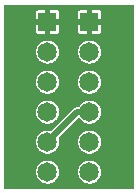
<source format=gbl>
%FSLAX33Y33*%
%MOMM*%
%ADD10C,0.0508*%
%ADD11C,0.508*%
%ADD12R,1.65X1.65*%
%ADD13C,1.65*%
D10*
%LNpour fill*%
G01*
X11430Y16002D02*
X11430Y16002D01*
X0508Y16002*
X0508Y0508*
X11430Y0508*
X11430Y16002*
X5016Y13576D02*
X4391Y13576D01*
X4391Y13831*
X3991Y13831*
X3991Y13576*
X3366Y13576*
X3334Y13578*
X3303Y13586*
X3273Y13598*
X3246Y13615*
X3222Y13636*
X3201Y13660*
X3184Y13687*
X3172Y13717*
X3164Y13748*
X3162Y13780*
X3162Y14405*
X3417Y14405*
X3417Y14805*
X3162Y14805*
X3162Y15430*
X3164Y15462*
X3172Y15493*
X3184Y15523*
X3201Y15550*
X3222Y15574*
X3246Y15595*
X3273Y15612*
X3303Y15624*
X3334Y15632*
X3366Y15634*
X3991Y15634*
X3991Y15379*
X4391Y15379*
X4391Y15634*
X5016Y15634*
X5048Y15632*
X5079Y15624*
X5109Y15612*
X5136Y15595*
X5160Y15574*
X5181Y15550*
X5198Y15523*
X5210Y15493*
X5218Y15462*
X5220Y15430*
X5220Y14805*
X4965Y14805*
X4965Y14405*
X5220Y14405*
X5220Y13780*
X5218Y13748*
X5210Y13717*
X5198Y13687*
X5181Y13660*
X5160Y13636*
X5136Y13615*
X5109Y13598*
X5079Y13586*
X5048Y13578*
X5016Y13576*
X8572Y13576D02*
X7947Y13576D01*
X7947Y13831*
X7547Y13831*
X7547Y13576*
X6922Y13576*
X6890Y13578*
X6859Y13586*
X6829Y13598*
X6802Y13615*
X6778Y13636*
X6757Y13660*
X6740Y13687*
X6728Y13717*
X6720Y13748*
X6718Y13780*
X6718Y14405*
X6973Y14405*
X6973Y14805*
X6718Y14805*
X6718Y15430*
X6720Y15462*
X6728Y15493*
X6740Y15523*
X6757Y15550*
X6778Y15574*
X6802Y15595*
X6829Y15612*
X6859Y15624*
X6890Y15632*
X6922Y15634*
X7547Y15634*
X7547Y15379*
X7947Y15379*
X7947Y15634*
X8572Y15634*
X8604Y15632*
X8635Y15624*
X8665Y15612*
X8692Y15595*
X8716Y15574*
X8737Y15550*
X8754Y15523*
X8766Y15493*
X8774Y15462*
X8776Y15430*
X8776Y14805*
X8521Y14805*
X8521Y14405*
X8776Y14405*
X8776Y13780*
X8774Y13748*
X8766Y13717*
X8754Y13687*
X8737Y13660*
X8716Y13636*
X8692Y13615*
X8665Y13598*
X8635Y13586*
X8604Y13578*
X8572Y13576*
X4315Y11043D02*
X4067Y11043D01*
X3826Y11103*
X3606Y11218*
X3421Y11383*
X3280Y11587*
X3192Y11819*
X3162Y12065*
X3192Y12311*
X3280Y12543*
X3421Y12747*
X3606Y12912*
X3826Y13027*
X4067Y13087*
X4315Y13087*
X4556Y13027*
X4776Y12912*
X4961Y12747*
X5102Y12543*
X5190Y12311*
X5220Y12065*
X5190Y11819*
X5102Y11587*
X4961Y11383*
X4776Y11218*
X4556Y11103*
X4315Y11043*
X7871Y11043D02*
X7623Y11043D01*
X7382Y11103*
X7162Y11218*
X6977Y11383*
X6836Y11587*
X6748Y11819*
X6718Y12065*
X6748Y12311*
X6836Y12543*
X6977Y12747*
X7162Y12912*
X7382Y13027*
X7623Y13087*
X7871Y13087*
X8112Y13027*
X8332Y12912*
X8517Y12747*
X8658Y12543*
X8746Y12311*
X8776Y12065*
X8746Y11819*
X8658Y11587*
X8517Y11383*
X8332Y11218*
X8112Y11103*
X7871Y11043*
X4315Y8503D02*
X4067Y8503D01*
X3826Y8563*
X3606Y8678*
X3421Y8843*
X3280Y9047*
X3192Y9279*
X3162Y9525*
X3192Y9771*
X3280Y10003*
X3421Y10207*
X3606Y10372*
X3826Y10487*
X4067Y10547*
X4315Y10547*
X4556Y10487*
X4776Y10372*
X4961Y10207*
X5102Y10003*
X5190Y9771*
X5220Y9525*
X5190Y9279*
X5102Y9047*
X4961Y8843*
X4776Y8678*
X4556Y8563*
X4315Y8503*
X7871Y8503D02*
X7623Y8503D01*
X7382Y8563*
X7162Y8678*
X6977Y8843*
X6836Y9047*
X6748Y9279*
X6718Y9525*
X6748Y9771*
X6836Y10003*
X6977Y10207*
X7162Y10372*
X7382Y10487*
X7623Y10547*
X7871Y10547*
X8112Y10487*
X8332Y10372*
X8517Y10207*
X8658Y10003*
X8746Y9771*
X8776Y9525*
X8746Y9279*
X8658Y9047*
X8517Y8843*
X8332Y8678*
X8112Y8563*
X7871Y8503*
X4315Y5963D02*
X4067Y5963D01*
X3826Y6023*
X3606Y6138*
X3421Y6303*
X3280Y6507*
X3192Y6739*
X3162Y6985*
X3192Y7231*
X3280Y7463*
X3421Y7667*
X3606Y7832*
X3826Y7947*
X4067Y8007*
X4315Y8007*
X4556Y7947*
X4776Y7832*
X4961Y7667*
X5102Y7463*
X5190Y7231*
X5220Y6985*
X5190Y6739*
X5102Y6507*
X4961Y6303*
X4776Y6138*
X4556Y6023*
X4315Y5963*
X4315Y3423D02*
X4067Y3423D01*
X3826Y3483*
X3606Y3598*
X3421Y3763*
X3280Y3967*
X3192Y4199*
X3162Y4445*
X3192Y4691*
X3280Y4923*
X3421Y5127*
X3606Y5292*
X3826Y5407*
X4067Y5467*
X4315Y5467*
X4515Y5417*
X6407Y7309*
X6476Y7366*
X6556Y7408*
X6642Y7434*
X6731Y7443*
X6822Y7443*
X6977Y7667*
X7162Y7832*
X7382Y7947*
X7623Y8007*
X7871Y8007*
X8112Y7947*
X8332Y7832*
X8517Y7667*
X8658Y7463*
X8746Y7231*
X8776Y6985*
X8746Y6739*
X8658Y6507*
X8517Y6303*
X8332Y6138*
X8112Y6023*
X7871Y5963*
X7623Y5963*
X7382Y6023*
X7162Y6138*
X6977Y6303*
X6862Y6468*
X5161Y4767*
X5190Y4691*
X5220Y4445*
X5190Y4199*
X5102Y3967*
X4961Y3763*
X4776Y3598*
X4556Y3483*
X4315Y3423*
X7871Y3423D02*
X7623Y3423D01*
X7382Y3483*
X7162Y3598*
X6977Y3763*
X6836Y3967*
X6748Y4199*
X6718Y4445*
X6748Y4691*
X6836Y4923*
X6977Y5127*
X7162Y5292*
X7382Y5407*
X7623Y5467*
X7871Y5467*
X8112Y5407*
X8332Y5292*
X8517Y5127*
X8658Y4923*
X8746Y4691*
X8776Y4445*
X8746Y4199*
X8658Y3967*
X8517Y3763*
X8332Y3598*
X8112Y3483*
X7871Y3423*
X4315Y0883D02*
X4067Y0883D01*
X3826Y0943*
X3606Y1058*
X3421Y1223*
X3280Y1427*
X3192Y1659*
X3162Y1905*
X3192Y2151*
X3280Y2383*
X3421Y2587*
X3606Y2752*
X3826Y2867*
X4067Y2927*
X4315Y2927*
X4556Y2867*
X4776Y2752*
X4961Y2587*
X5102Y2383*
X5190Y2151*
X5220Y1905*
X5190Y1659*
X5102Y1427*
X4961Y1223*
X4776Y1058*
X4556Y0943*
X4315Y0883*
X7871Y0883D02*
X7623Y0883D01*
X7382Y0943*
X7162Y1058*
X6977Y1223*
X6836Y1427*
X6748Y1659*
X6718Y1905*
X6748Y2151*
X6836Y2383*
X6977Y2587*
X7162Y2752*
X7382Y2867*
X7623Y2927*
X7871Y2927*
X8112Y2867*
X8332Y2752*
X8517Y2587*
X8658Y2383*
X8746Y2151*
X8776Y1905*
X8746Y1659*
X8658Y1427*
X8517Y1223*
X8332Y1058*
X8112Y0943*
X7871Y0883*
X0508Y0558D02*
X11430Y0558D01*
X0508Y0607D02*
X11430Y0607D01*
X0508Y0657D02*
X11430Y0657D01*
X0508Y0706D02*
X11430Y0706D01*
X0508Y0756D02*
X11430Y0756D01*
X0508Y0805D02*
X11430Y0805D01*
X0508Y0855D02*
X11430Y0855D01*
X0508Y0904D02*
X3981Y0904D01*
X4401Y0904D02*
X7537Y0904D01*
X7957Y0904D02*
X11430Y0904D01*
X0508Y0954D02*
X3804Y0954D01*
X4578Y0954D02*
X7360Y0954D01*
X8134Y0954D02*
X11430Y0954D01*
X0508Y1003D02*
X3710Y1003D01*
X4672Y1003D02*
X7266Y1003D01*
X8228Y1003D02*
X11430Y1003D01*
X0508Y1053D02*
X3616Y1053D01*
X4766Y1053D02*
X7172Y1053D01*
X8322Y1053D02*
X11430Y1053D01*
X0508Y1102D02*
X3556Y1102D01*
X4826Y1102D02*
X7112Y1102D01*
X8382Y1102D02*
X11430Y1102D01*
X0508Y1152D02*
X3500Y1152D01*
X4882Y1152D02*
X7056Y1152D01*
X8438Y1152D02*
X11430Y1152D01*
X0508Y1201D02*
X3444Y1201D01*
X4938Y1201D02*
X7000Y1201D01*
X8494Y1201D02*
X11430Y1201D01*
X0508Y1251D02*
X3401Y1251D01*
X4981Y1251D02*
X6957Y1251D01*
X8537Y1251D02*
X11430Y1251D01*
X0508Y1300D02*
X3367Y1300D01*
X5015Y1300D02*
X6923Y1300D01*
X8571Y1300D02*
X11430Y1300D01*
X0508Y1350D02*
X3332Y1350D01*
X5050Y1350D02*
X6888Y1350D01*
X8606Y1350D02*
X11430Y1350D01*
X0508Y1400D02*
X3298Y1400D01*
X5084Y1400D02*
X6854Y1400D01*
X8640Y1400D02*
X11430Y1400D01*
X0508Y1449D02*
X3271Y1449D01*
X5111Y1449D02*
X6827Y1449D01*
X8667Y1449D02*
X11430Y1449D01*
X0508Y1499D02*
X3252Y1499D01*
X5130Y1499D02*
X6808Y1499D01*
X8686Y1499D02*
X11430Y1499D01*
X0508Y1548D02*
X3233Y1548D01*
X5149Y1548D02*
X6789Y1548D01*
X8705Y1548D02*
X11430Y1548D01*
X0508Y1598D02*
X3215Y1598D01*
X5167Y1598D02*
X6771Y1598D01*
X8723Y1598D02*
X11430Y1598D01*
X0508Y1647D02*
X3196Y1647D01*
X5186Y1647D02*
X6752Y1647D01*
X8742Y1647D02*
X11430Y1647D01*
X0508Y1697D02*
X3187Y1697D01*
X5195Y1697D02*
X6743Y1697D01*
X8751Y1697D02*
X11430Y1697D01*
X0508Y1746D02*
X3181Y1746D01*
X5201Y1746D02*
X6737Y1746D01*
X8757Y1746D02*
X11430Y1746D01*
X0508Y1796D02*
X3175Y1796D01*
X5207Y1796D02*
X6731Y1796D01*
X8763Y1796D02*
X11430Y1796D01*
X0508Y1845D02*
X3169Y1845D01*
X5213Y1845D02*
X6725Y1845D01*
X8769Y1845D02*
X11430Y1845D01*
X0508Y1895D02*
X3163Y1895D01*
X5219Y1895D02*
X6719Y1895D01*
X8775Y1895D02*
X11430Y1895D01*
X0508Y1944D02*
X3166Y1944D01*
X5216Y1944D02*
X6722Y1944D01*
X8772Y1944D02*
X11430Y1944D01*
X0508Y1994D02*
X3172Y1994D01*
X5210Y1994D02*
X6728Y1994D01*
X8766Y1994D02*
X11430Y1994D01*
X0508Y2043D02*
X3178Y2043D01*
X5204Y2043D02*
X6734Y2043D01*
X8760Y2043D02*
X11430Y2043D01*
X0508Y2093D02*
X3184Y2093D01*
X5198Y2093D02*
X6740Y2093D01*
X8754Y2093D02*
X11430Y2093D01*
X0508Y2142D02*
X3190Y2142D01*
X5192Y2142D02*
X6746Y2142D01*
X8748Y2142D02*
X11430Y2142D01*
X0508Y2192D02*
X3207Y2192D01*
X5175Y2192D02*
X6763Y2192D01*
X8731Y2192D02*
X11430Y2192D01*
X0508Y2242D02*
X3226Y2242D01*
X5156Y2242D02*
X6782Y2242D01*
X8712Y2242D02*
X11430Y2242D01*
X0508Y2291D02*
X3244Y2291D01*
X5138Y2291D02*
X6800Y2291D01*
X8694Y2291D02*
X11430Y2291D01*
X0508Y2341D02*
X3263Y2341D01*
X5119Y2341D02*
X6819Y2341D01*
X8675Y2341D02*
X11430Y2341D01*
X0508Y2390D02*
X3284Y2390D01*
X5098Y2390D02*
X6840Y2390D01*
X8654Y2390D02*
X11430Y2390D01*
X0508Y2440D02*
X3318Y2440D01*
X5064Y2440D02*
X6874Y2440D01*
X8620Y2440D02*
X11430Y2440D01*
X0508Y2489D02*
X3352Y2489D01*
X5030Y2489D02*
X6908Y2489D01*
X8586Y2489D02*
X11430Y2489D01*
X0508Y2539D02*
X3387Y2539D01*
X4995Y2539D02*
X6943Y2539D01*
X8551Y2539D02*
X11430Y2539D01*
X0508Y2588D02*
X3421Y2588D01*
X4961Y2588D02*
X6977Y2588D01*
X8517Y2588D02*
X11430Y2588D01*
X0508Y2638D02*
X3477Y2638D01*
X4905Y2638D02*
X7033Y2638D01*
X8461Y2638D02*
X11430Y2638D01*
X0508Y2687D02*
X3533Y2687D01*
X4849Y2687D02*
X7089Y2687D01*
X8405Y2687D02*
X11430Y2687D01*
X0508Y2737D02*
X3589Y2737D01*
X4793Y2737D02*
X7145Y2737D01*
X8349Y2737D02*
X11430Y2737D01*
X0508Y2786D02*
X3671Y2786D01*
X4711Y2786D02*
X7227Y2786D01*
X8267Y2786D02*
X11430Y2786D01*
X0508Y2836D02*
X3766Y2836D01*
X4616Y2836D02*
X7322Y2836D01*
X8172Y2836D02*
X11430Y2836D01*
X0508Y2885D02*
X3899Y2885D01*
X4483Y2885D02*
X7455Y2885D01*
X8039Y2885D02*
X11430Y2885D01*
X0508Y2935D02*
X11430Y2935D01*
X0508Y2985D02*
X11430Y2985D01*
X0508Y3034D02*
X11430Y3034D01*
X0508Y3084D02*
X11430Y3084D01*
X0508Y3133D02*
X11430Y3133D01*
X0508Y3183D02*
X11430Y3183D01*
X0508Y3232D02*
X11430Y3232D01*
X0508Y3282D02*
X11430Y3282D01*
X0508Y3331D02*
X11430Y3331D01*
X0508Y3381D02*
X11430Y3381D01*
X0508Y3430D02*
X4038Y3430D01*
X4344Y3430D02*
X7594Y3430D01*
X7900Y3430D02*
X11430Y3430D01*
X0508Y3480D02*
X3837Y3480D01*
X4545Y3480D02*
X7393Y3480D01*
X8101Y3480D02*
X11430Y3480D01*
X0508Y3529D02*
X3737Y3529D01*
X4645Y3529D02*
X7293Y3529D01*
X8201Y3529D02*
X11430Y3529D01*
X0508Y3579D02*
X3642Y3579D01*
X4740Y3579D02*
X7198Y3579D01*
X8296Y3579D02*
X11430Y3579D01*
X0508Y3628D02*
X3572Y3628D01*
X4810Y3628D02*
X7128Y3628D01*
X8366Y3628D02*
X11430Y3628D01*
X0508Y3678D02*
X3516Y3678D01*
X4866Y3678D02*
X7072Y3678D01*
X8422Y3678D02*
X11430Y3678D01*
X0508Y3727D02*
X3460Y3727D01*
X4922Y3727D02*
X7016Y3727D01*
X8478Y3727D02*
X11430Y3727D01*
X0508Y3777D02*
X3410Y3777D01*
X4972Y3777D02*
X6966Y3777D01*
X8528Y3777D02*
X11430Y3777D01*
X0508Y3827D02*
X3376Y3827D01*
X5006Y3827D02*
X6932Y3827D01*
X8562Y3827D02*
X11430Y3827D01*
X0508Y3876D02*
X3342Y3876D01*
X5040Y3876D02*
X6898Y3876D01*
X8596Y3876D02*
X11430Y3876D01*
X0508Y3926D02*
X3308Y3926D01*
X5074Y3926D02*
X6864Y3926D01*
X8630Y3926D02*
X11430Y3926D01*
X0508Y3975D02*
X3276Y3975D01*
X5106Y3975D02*
X6832Y3975D01*
X8662Y3975D02*
X11430Y3975D01*
X0508Y4025D02*
X3257Y4025D01*
X5125Y4025D02*
X6813Y4025D01*
X8681Y4025D02*
X11430Y4025D01*
X0508Y4074D02*
X3239Y4074D01*
X5143Y4074D02*
X6795Y4074D01*
X8699Y4074D02*
X11430Y4074D01*
X0508Y4124D02*
X3220Y4124D01*
X5162Y4124D02*
X6776Y4124D01*
X8718Y4124D02*
X11430Y4124D01*
X0508Y4173D02*
X3201Y4173D01*
X5181Y4173D02*
X6757Y4173D01*
X8737Y4173D02*
X11430Y4173D01*
X0508Y4223D02*
X3189Y4223D01*
X5193Y4223D02*
X6745Y4223D01*
X8749Y4223D02*
X11430Y4223D01*
X0508Y4272D02*
X3183Y4272D01*
X5199Y4272D02*
X6739Y4272D01*
X8755Y4272D02*
X11430Y4272D01*
X0508Y4322D02*
X3177Y4322D01*
X5205Y4322D02*
X6733Y4322D01*
X8761Y4322D02*
X11430Y4322D01*
X0508Y4371D02*
X3170Y4371D01*
X5212Y4371D02*
X6726Y4371D01*
X8768Y4371D02*
X11430Y4371D01*
X0508Y4421D02*
X3164Y4421D01*
X5218Y4421D02*
X6720Y4421D01*
X8774Y4421D02*
X11430Y4421D01*
X0508Y4470D02*
X3165Y4470D01*
X5217Y4470D02*
X6721Y4470D01*
X8773Y4470D02*
X11430Y4470D01*
X0508Y4520D02*
X3171Y4520D01*
X5211Y4520D02*
X6727Y4520D01*
X8767Y4520D02*
X11430Y4520D01*
X0508Y4569D02*
X3177Y4569D01*
X5205Y4569D02*
X6733Y4569D01*
X8761Y4569D02*
X11430Y4569D01*
X0508Y4619D02*
X3183Y4619D01*
X5199Y4619D02*
X6739Y4619D01*
X8755Y4619D02*
X11430Y4619D01*
X0508Y4669D02*
X3189Y4669D01*
X5193Y4669D02*
X6745Y4669D01*
X8749Y4669D02*
X11430Y4669D01*
X0508Y4718D02*
X3202Y4718D01*
X5180Y4718D02*
X6758Y4718D01*
X8736Y4718D02*
X11430Y4718D01*
X0508Y4768D02*
X3220Y4768D01*
X5162Y4768D02*
X6776Y4768D01*
X8718Y4768D02*
X11430Y4768D01*
X0508Y4817D02*
X3239Y4817D01*
X5211Y4817D02*
X6795Y4817D01*
X8699Y4817D02*
X11430Y4817D01*
X0508Y4867D02*
X3258Y4867D01*
X5261Y4867D02*
X6814Y4867D01*
X8680Y4867D02*
X11430Y4867D01*
X0508Y4916D02*
X3277Y4916D01*
X5311Y4916D02*
X6833Y4916D01*
X8661Y4916D02*
X11430Y4916D01*
X0508Y4966D02*
X3309Y4966D01*
X5360Y4966D02*
X6865Y4966D01*
X8629Y4966D02*
X11430Y4966D01*
X0508Y5015D02*
X3343Y5015D01*
X5410Y5015D02*
X6899Y5015D01*
X8595Y5015D02*
X11430Y5015D01*
X0508Y5065D02*
X3377Y5065D01*
X5459Y5065D02*
X6933Y5065D01*
X8561Y5065D02*
X11430Y5065D01*
X0508Y5114D02*
X3411Y5114D01*
X5509Y5114D02*
X6967Y5114D01*
X8527Y5114D02*
X11430Y5114D01*
X0508Y5164D02*
X3461Y5164D01*
X5558Y5164D02*
X7017Y5164D01*
X8477Y5164D02*
X11430Y5164D01*
X0508Y5213D02*
X3517Y5213D01*
X5608Y5213D02*
X7073Y5213D01*
X8421Y5213D02*
X11430Y5213D01*
X0508Y5263D02*
X3573Y5263D01*
X5657Y5263D02*
X7129Y5263D01*
X8365Y5263D02*
X11430Y5263D01*
X0508Y5312D02*
X3645Y5312D01*
X5707Y5312D02*
X7201Y5312D01*
X8293Y5312D02*
X11430Y5312D01*
X0508Y5362D02*
X3739Y5362D01*
X5756Y5362D02*
X7295Y5362D01*
X8199Y5362D02*
X11430Y5362D01*
X0508Y5411D02*
X3842Y5411D01*
X5806Y5411D02*
X7398Y5411D01*
X8096Y5411D02*
X11430Y5411D01*
X0508Y5461D02*
X4043Y5461D01*
X4339Y5461D02*
X4559Y5461D01*
X5855Y5461D02*
X7599Y5461D01*
X7895Y5461D02*
X11430Y5461D01*
X0508Y5511D02*
X4608Y5511D01*
X5905Y5511D02*
X11430Y5511D01*
X0508Y5560D02*
X4658Y5560D01*
X5954Y5560D02*
X11430Y5560D01*
X0508Y5610D02*
X4707Y5610D01*
X6004Y5610D02*
X11430Y5610D01*
X0508Y5659D02*
X4757Y5659D01*
X6053Y5659D02*
X11430Y5659D01*
X0508Y5709D02*
X4806Y5709D01*
X6103Y5709D02*
X11430Y5709D01*
X0508Y5758D02*
X4856Y5758D01*
X6153Y5758D02*
X11430Y5758D01*
X0508Y5808D02*
X4905Y5808D01*
X6202Y5808D02*
X11430Y5808D01*
X0508Y5857D02*
X4955Y5857D01*
X6252Y5857D02*
X11430Y5857D01*
X0508Y5907D02*
X5004Y5907D01*
X6301Y5907D02*
X11430Y5907D01*
X0508Y5956D02*
X5054Y5956D01*
X6351Y5956D02*
X11430Y5956D01*
X0508Y6006D02*
X3893Y6006D01*
X4489Y6006D02*
X5103Y6006D01*
X6400Y6006D02*
X7449Y6006D01*
X8045Y6006D02*
X11430Y6006D01*
X0508Y6055D02*
X3763Y6055D01*
X4619Y6055D02*
X5153Y6055D01*
X6450Y6055D02*
X7319Y6055D01*
X8175Y6055D02*
X11430Y6055D01*
X0508Y6105D02*
X3669Y6105D01*
X4713Y6105D02*
X5203Y6105D01*
X6499Y6105D02*
X7225Y6105D01*
X8269Y6105D02*
X11430Y6105D01*
X0508Y6154D02*
X3587Y6154D01*
X4795Y6154D02*
X5252Y6154D01*
X6549Y6154D02*
X7143Y6154D01*
X8351Y6154D02*
X11430Y6154D01*
X0508Y6204D02*
X3532Y6204D01*
X4850Y6204D02*
X5302Y6204D01*
X6598Y6204D02*
X7088Y6204D01*
X8406Y6204D02*
X11430Y6204D01*
X0508Y6253D02*
X3476Y6253D01*
X4906Y6253D02*
X5351Y6253D01*
X6648Y6253D02*
X7032Y6253D01*
X8462Y6253D02*
X11430Y6253D01*
X0508Y6303D02*
X3420Y6303D01*
X4962Y6303D02*
X5401Y6303D01*
X6697Y6303D02*
X6976Y6303D01*
X8518Y6303D02*
X11430Y6303D01*
X0508Y6353D02*
X3386Y6353D01*
X4996Y6353D02*
X5450Y6353D01*
X6747Y6353D02*
X6942Y6353D01*
X8552Y6353D02*
X11430Y6353D01*
X0508Y6402D02*
X3352Y6402D01*
X5030Y6402D02*
X5500Y6402D01*
X6796Y6402D02*
X6908Y6402D01*
X8586Y6402D02*
X11430Y6402D01*
X0508Y6452D02*
X3317Y6452D01*
X5065Y6452D02*
X5549Y6452D01*
X6846Y6452D02*
X6873Y6452D01*
X8621Y6452D02*
X11430Y6452D01*
X0508Y6501D02*
X3283Y6501D01*
X5099Y6501D02*
X5599Y6501D01*
X8655Y6501D02*
X11430Y6501D01*
X0508Y6551D02*
X3263Y6551D01*
X5119Y6551D02*
X5648Y6551D01*
X8675Y6551D02*
X11430Y6551D01*
X0508Y6600D02*
X3244Y6600D01*
X5138Y6600D02*
X5698Y6600D01*
X8694Y6600D02*
X11430Y6600D01*
X0508Y6650D02*
X3225Y6650D01*
X5157Y6650D02*
X5747Y6650D01*
X8713Y6650D02*
X11430Y6650D01*
X0508Y6699D02*
X3206Y6699D01*
X5176Y6699D02*
X5797Y6699D01*
X8732Y6699D02*
X11430Y6699D01*
X0508Y6749D02*
X3190Y6749D01*
X5192Y6749D02*
X5846Y6749D01*
X8748Y6749D02*
X11430Y6749D01*
X0508Y6798D02*
X3184Y6798D01*
X5198Y6798D02*
X5896Y6798D01*
X8754Y6798D02*
X11430Y6798D01*
X0508Y6848D02*
X3178Y6848D01*
X5204Y6848D02*
X5945Y6848D01*
X8760Y6848D02*
X11430Y6848D01*
X0508Y6897D02*
X3172Y6897D01*
X5210Y6897D02*
X5995Y6897D01*
X8766Y6897D02*
X11430Y6897D01*
X0508Y6947D02*
X3166Y6947D01*
X5216Y6947D02*
X6045Y6947D01*
X8772Y6947D02*
X11430Y6947D01*
X0508Y6996D02*
X3163Y6996D01*
X5219Y6996D02*
X6094Y6996D01*
X8775Y6996D02*
X11430Y6996D01*
X0508Y7046D02*
X3169Y7046D01*
X5213Y7046D02*
X6144Y7046D01*
X8769Y7046D02*
X11430Y7046D01*
X0508Y7095D02*
X3175Y7095D01*
X5207Y7095D02*
X6193Y7095D01*
X8763Y7095D02*
X11430Y7095D01*
X0508Y7145D02*
X3181Y7145D01*
X5201Y7145D02*
X6243Y7145D01*
X8757Y7145D02*
X11430Y7145D01*
X0508Y7195D02*
X3187Y7195D01*
X5195Y7195D02*
X6292Y7195D01*
X8751Y7195D02*
X11430Y7195D01*
X0508Y7244D02*
X3196Y7244D01*
X5186Y7244D02*
X6342Y7244D01*
X8742Y7244D02*
X11430Y7244D01*
X0508Y7294D02*
X3215Y7294D01*
X5167Y7294D02*
X6391Y7294D01*
X8723Y7294D02*
X11430Y7294D01*
X0508Y7343D02*
X3234Y7343D01*
X5148Y7343D02*
X6448Y7343D01*
X8704Y7343D02*
X11430Y7343D01*
X0508Y7393D02*
X3253Y7393D01*
X5129Y7393D02*
X6526Y7393D01*
X8685Y7393D02*
X11430Y7393D01*
X0508Y7442D02*
X3271Y7442D01*
X5111Y7442D02*
X6718Y7442D01*
X8667Y7442D02*
X11430Y7442D01*
X0508Y7492D02*
X3299Y7492D01*
X5083Y7492D02*
X6855Y7492D01*
X8639Y7492D02*
X11430Y7492D01*
X0508Y7541D02*
X3333Y7541D01*
X5049Y7541D02*
X6889Y7541D01*
X8605Y7541D02*
X11430Y7541D01*
X0508Y7591D02*
X3367Y7591D01*
X5015Y7591D02*
X6923Y7591D01*
X8571Y7591D02*
X11430Y7591D01*
X0508Y7640D02*
X3402Y7640D01*
X4980Y7640D02*
X6958Y7640D01*
X8536Y7640D02*
X11430Y7640D01*
X0508Y7690D02*
X3445Y7690D01*
X4937Y7690D02*
X7001Y7690D01*
X8493Y7690D02*
X11430Y7690D01*
X0508Y7739D02*
X3501Y7739D01*
X4881Y7739D02*
X7057Y7739D01*
X8437Y7739D02*
X11430Y7739D01*
X0508Y7789D02*
X3557Y7789D01*
X4825Y7789D02*
X7113Y7789D01*
X8381Y7789D02*
X11430Y7789D01*
X0508Y7838D02*
X3618Y7838D01*
X4764Y7838D02*
X7174Y7838D01*
X8320Y7838D02*
X11430Y7838D01*
X0508Y7888D02*
X3712Y7888D01*
X4670Y7888D02*
X7268Y7888D01*
X8226Y7888D02*
X11430Y7888D01*
X0508Y7938D02*
X3807Y7938D01*
X4575Y7938D02*
X7363Y7938D01*
X8131Y7938D02*
X11430Y7938D01*
X0508Y7987D02*
X3986Y7987D01*
X4396Y7987D02*
X7542Y7987D01*
X7952Y7987D02*
X11430Y7987D01*
X0508Y8037D02*
X11430Y8037D01*
X0508Y8086D02*
X11430Y8086D01*
X0508Y8136D02*
X11430Y8136D01*
X0508Y8185D02*
X11430Y8185D01*
X0508Y8235D02*
X11430Y8235D01*
X0508Y8284D02*
X11430Y8284D01*
X0508Y8334D02*
X11430Y8334D01*
X0508Y8383D02*
X11430Y8383D01*
X0508Y8433D02*
X11430Y8433D01*
X0508Y8482D02*
X11430Y8482D01*
X0508Y8532D02*
X3950Y8532D01*
X4432Y8532D02*
X7506Y8532D01*
X7988Y8532D02*
X11430Y8532D01*
X0508Y8581D02*
X3790Y8581D01*
X4592Y8581D02*
X7346Y8581D01*
X8148Y8581D02*
X11430Y8581D01*
X0508Y8631D02*
X3695Y8631D01*
X4687Y8631D02*
X7251Y8631D01*
X8243Y8631D02*
X11430Y8631D01*
X0508Y8680D02*
X3603Y8680D01*
X4779Y8680D02*
X7159Y8680D01*
X8335Y8680D02*
X11430Y8680D01*
X0508Y8730D02*
X3547Y8730D01*
X4835Y8730D02*
X7103Y8730D01*
X8391Y8730D02*
X11430Y8730D01*
X0508Y8780D02*
X3491Y8780D01*
X4891Y8780D02*
X7047Y8780D01*
X8447Y8780D02*
X11430Y8780D01*
X0508Y8829D02*
X3435Y8829D01*
X4947Y8829D02*
X6991Y8829D01*
X8503Y8829D02*
X11430Y8829D01*
X0508Y8879D02*
X3395Y8879D01*
X4987Y8879D02*
X6951Y8879D01*
X8543Y8879D02*
X11430Y8879D01*
X0508Y8928D02*
X3361Y8928D01*
X5021Y8928D02*
X6917Y8928D01*
X8577Y8928D02*
X11430Y8928D01*
X0508Y8978D02*
X3327Y8978D01*
X5055Y8978D02*
X6883Y8978D01*
X8611Y8978D02*
X11430Y8978D01*
X0508Y9027D02*
X3293Y9027D01*
X5089Y9027D02*
X6849Y9027D01*
X8645Y9027D02*
X11430Y9027D01*
X0508Y9077D02*
X3268Y9077D01*
X5114Y9077D02*
X6824Y9077D01*
X8670Y9077D02*
X11430Y9077D01*
X0508Y9126D02*
X3249Y9126D01*
X5133Y9126D02*
X6805Y9126D01*
X8689Y9126D02*
X11430Y9126D01*
X0508Y9176D02*
X3230Y9176D01*
X5152Y9176D02*
X6786Y9176D01*
X8708Y9176D02*
X11430Y9176D01*
X0508Y9225D02*
X3212Y9225D01*
X5170Y9225D02*
X6768Y9225D01*
X8726Y9225D02*
X11430Y9225D01*
X0508Y9275D02*
X3193Y9275D01*
X5189Y9275D02*
X6749Y9275D01*
X8745Y9275D02*
X11430Y9275D01*
X0508Y9324D02*
X3186Y9324D01*
X5196Y9324D02*
X6742Y9324D01*
X8752Y9324D02*
X11430Y9324D01*
X0508Y9374D02*
X3180Y9374D01*
X5202Y9374D02*
X6736Y9374D01*
X8758Y9374D02*
X11430Y9374D01*
X0508Y9423D02*
X3174Y9423D01*
X5208Y9423D02*
X6730Y9423D01*
X8764Y9423D02*
X11430Y9423D01*
X0508Y9473D02*
X3168Y9473D01*
X5214Y9473D02*
X6724Y9473D01*
X8770Y9473D02*
X11430Y9473D01*
X0508Y9522D02*
X3162Y9522D01*
X5220Y9522D02*
X6718Y9522D01*
X8776Y9522D02*
X11430Y9522D01*
X0508Y9572D02*
X3167Y9572D01*
X5215Y9572D02*
X6723Y9572D01*
X8771Y9572D02*
X11430Y9572D01*
X0508Y9622D02*
X3173Y9622D01*
X5209Y9622D02*
X6729Y9622D01*
X8765Y9622D02*
X11430Y9622D01*
X0508Y9671D02*
X3179Y9671D01*
X5203Y9671D02*
X6735Y9671D01*
X8759Y9671D02*
X11430Y9671D01*
X0508Y9721D02*
X3185Y9721D01*
X5197Y9721D02*
X6741Y9721D01*
X8753Y9721D02*
X11430Y9721D01*
X0508Y9770D02*
X3191Y9770D01*
X5191Y9770D02*
X6747Y9770D01*
X8747Y9770D02*
X11430Y9770D01*
X0508Y9820D02*
X3210Y9820D01*
X5172Y9820D02*
X6766Y9820D01*
X8728Y9820D02*
X11430Y9820D01*
X0508Y9869D02*
X3229Y9869D01*
X5153Y9869D02*
X6785Y9869D01*
X8709Y9869D02*
X11430Y9869D01*
X0508Y9919D02*
X3247Y9919D01*
X5135Y9919D02*
X6803Y9919D01*
X8691Y9919D02*
X11430Y9919D01*
X0508Y9968D02*
X3266Y9968D01*
X5116Y9968D02*
X6822Y9968D01*
X8672Y9968D02*
X11430Y9968D01*
X0508Y10018D02*
X3289Y10018D01*
X5093Y10018D02*
X6845Y10018D01*
X8649Y10018D02*
X11430Y10018D01*
X0508Y10067D02*
X3324Y10067D01*
X5058Y10067D02*
X6880Y10067D01*
X8614Y10067D02*
X11430Y10067D01*
X0508Y10117D02*
X3358Y10117D01*
X5024Y10117D02*
X6914Y10117D01*
X8580Y10117D02*
X11430Y10117D01*
X0508Y10166D02*
X3392Y10166D01*
X4990Y10166D02*
X6948Y10166D01*
X8546Y10166D02*
X11430Y10166D01*
X0508Y10216D02*
X3430Y10216D01*
X4952Y10216D02*
X6986Y10216D01*
X8508Y10216D02*
X11430Y10216D01*
X0508Y10265D02*
X3486Y10265D01*
X4896Y10265D02*
X7042Y10265D01*
X8452Y10265D02*
X11430Y10265D01*
X0508Y10315D02*
X3542Y10315D01*
X4840Y10315D02*
X7098Y10315D01*
X8396Y10315D02*
X11430Y10315D01*
X0508Y10364D02*
X3597Y10364D01*
X4785Y10364D02*
X7153Y10364D01*
X8341Y10364D02*
X11430Y10364D01*
X0508Y10414D02*
X3686Y10414D01*
X4696Y10414D02*
X7242Y10414D01*
X8252Y10414D02*
X11430Y10414D01*
X0508Y10464D02*
X3780Y10464D01*
X4602Y10464D02*
X7336Y10464D01*
X8158Y10464D02*
X11430Y10464D01*
X0508Y10513D02*
X3929Y10513D01*
X4453Y10513D02*
X7485Y10513D01*
X8009Y10513D02*
X11430Y10513D01*
X0508Y10563D02*
X11430Y10563D01*
X0508Y10612D02*
X11430Y10612D01*
X0508Y10662D02*
X11430Y10662D01*
X0508Y10711D02*
X11430Y10711D01*
X0508Y10761D02*
X11430Y10761D01*
X0508Y10810D02*
X11430Y10810D01*
X0508Y10860D02*
X11430Y10860D01*
X0508Y10909D02*
X11430Y10909D01*
X0508Y10959D02*
X11430Y10959D01*
X0508Y11008D02*
X11430Y11008D01*
X0508Y11058D02*
X4007Y11058D01*
X4375Y11058D02*
X7563Y11058D01*
X7931Y11058D02*
X11430Y11058D01*
X0508Y11107D02*
X3816Y11107D01*
X4566Y11107D02*
X7372Y11107D01*
X8122Y11107D02*
X11430Y11107D01*
X0508Y11157D02*
X3722Y11157D01*
X4660Y11157D02*
X7278Y11157D01*
X8216Y11157D02*
X11430Y11157D01*
X0508Y11206D02*
X3628Y11206D01*
X4754Y11206D02*
X7184Y11206D01*
X8310Y11206D02*
X11430Y11206D01*
X0508Y11256D02*
X3563Y11256D01*
X4819Y11256D02*
X7119Y11256D01*
X8375Y11256D02*
X11430Y11256D01*
X0508Y11306D02*
X3507Y11306D01*
X4875Y11306D02*
X7063Y11306D01*
X8431Y11306D02*
X11430Y11306D01*
X0508Y11355D02*
X3451Y11355D01*
X4931Y11355D02*
X7007Y11355D01*
X8487Y11355D02*
X11430Y11355D01*
X0508Y11405D02*
X3405Y11405D01*
X4977Y11405D02*
X6961Y11405D01*
X8533Y11405D02*
X11430Y11405D01*
X0508Y11454D02*
X3371Y11454D01*
X5011Y11454D02*
X6927Y11454D01*
X8567Y11454D02*
X11430Y11454D01*
X0508Y11504D02*
X3337Y11504D01*
X5045Y11504D02*
X6893Y11504D01*
X8601Y11504D02*
X11430Y11504D01*
X0508Y11553D02*
X3303Y11553D01*
X5079Y11553D02*
X6859Y11553D01*
X8635Y11553D02*
X11430Y11553D01*
X0508Y11603D02*
X3273Y11603D01*
X5109Y11603D02*
X6829Y11603D01*
X8665Y11603D02*
X11430Y11603D01*
X0508Y11652D02*
X3255Y11652D01*
X5127Y11652D02*
X6811Y11652D01*
X8683Y11652D02*
X11430Y11652D01*
X0508Y11702D02*
X3236Y11702D01*
X5146Y11702D02*
X6792Y11702D01*
X8702Y11702D02*
X11430Y11702D01*
X0508Y11751D02*
X3217Y11751D01*
X5165Y11751D02*
X6773Y11751D01*
X8721Y11751D02*
X11430Y11751D01*
X0508Y11801D02*
X3198Y11801D01*
X5184Y11801D02*
X6754Y11801D01*
X8740Y11801D02*
X11430Y11801D01*
X0508Y11850D02*
X3188Y11850D01*
X5194Y11850D02*
X6744Y11850D01*
X8750Y11850D02*
X11430Y11850D01*
X0508Y11900D02*
X3182Y11900D01*
X5200Y11900D02*
X6738Y11900D01*
X8756Y11900D02*
X11430Y11900D01*
X0508Y11949D02*
X3176Y11949D01*
X5206Y11949D02*
X6732Y11949D01*
X8762Y11949D02*
X11430Y11949D01*
X0508Y11999D02*
X3170Y11999D01*
X5212Y11999D02*
X6726Y11999D01*
X8768Y11999D02*
X11430Y11999D01*
X0508Y12048D02*
X3164Y12048D01*
X5218Y12048D02*
X6720Y12048D01*
X8774Y12048D02*
X11430Y12048D01*
X0508Y12098D02*
X3166Y12098D01*
X5216Y12098D02*
X6722Y12098D01*
X8772Y12098D02*
X11430Y12098D01*
X0508Y12148D02*
X3172Y12148D01*
X5210Y12148D02*
X6728Y12148D01*
X8766Y12148D02*
X11430Y12148D01*
X0508Y12197D02*
X3178Y12197D01*
X5204Y12197D02*
X6734Y12197D01*
X8760Y12197D02*
X11430Y12197D01*
X0508Y12247D02*
X3184Y12247D01*
X5198Y12247D02*
X6740Y12247D01*
X8754Y12247D02*
X11430Y12247D01*
X0508Y12296D02*
X3190Y12296D01*
X5192Y12296D02*
X6746Y12296D01*
X8748Y12296D02*
X11430Y12296D01*
X0508Y12346D02*
X3204Y12346D01*
X5178Y12346D02*
X6760Y12346D01*
X8734Y12346D02*
X11430Y12346D01*
X0508Y12395D02*
X3223Y12395D01*
X5159Y12395D02*
X6779Y12395D01*
X8715Y12395D02*
X11430Y12395D01*
X0508Y12445D02*
X3242Y12445D01*
X5140Y12445D02*
X6798Y12445D01*
X8696Y12445D02*
X11430Y12445D01*
X0508Y12494D02*
X3261Y12494D01*
X5121Y12494D02*
X6817Y12494D01*
X8677Y12494D02*
X11430Y12494D01*
X0508Y12544D02*
X3280Y12544D01*
X5102Y12544D02*
X6836Y12544D01*
X8658Y12544D02*
X11430Y12544D01*
X0508Y12593D02*
X3314Y12593D01*
X5068Y12593D02*
X6870Y12593D01*
X8624Y12593D02*
X11430Y12593D01*
X0508Y12643D02*
X3348Y12643D01*
X5034Y12643D02*
X6904Y12643D01*
X8590Y12643D02*
X11430Y12643D01*
X0508Y12692D02*
X3382Y12692D01*
X5000Y12692D02*
X6938Y12692D01*
X8556Y12692D02*
X11430Y12692D01*
X0508Y12742D02*
X3416Y12742D01*
X4966Y12742D02*
X6972Y12742D01*
X8522Y12742D02*
X11430Y12742D01*
X0508Y12791D02*
X3470Y12791D01*
X4912Y12791D02*
X7026Y12791D01*
X8468Y12791D02*
X11430Y12791D01*
X0508Y12841D02*
X3526Y12841D01*
X4856Y12841D02*
X7082Y12841D01*
X8412Y12841D02*
X11430Y12841D01*
X0508Y12890D02*
X3582Y12890D01*
X4800Y12890D02*
X7138Y12890D01*
X8356Y12890D02*
X11430Y12890D01*
X0508Y12940D02*
X3659Y12940D01*
X4723Y12940D02*
X7215Y12940D01*
X8279Y12940D02*
X11430Y12940D01*
X0508Y12990D02*
X3754Y12990D01*
X4628Y12990D02*
X7310Y12990D01*
X8184Y12990D02*
X11430Y12990D01*
X0508Y13039D02*
X3873Y13039D01*
X4509Y13039D02*
X7429Y13039D01*
X8065Y13039D02*
X11430Y13039D01*
X0508Y13089D02*
X11430Y13089D01*
X0508Y13138D02*
X11430Y13138D01*
X0508Y13188D02*
X11430Y13188D01*
X0508Y13237D02*
X11430Y13237D01*
X0508Y13287D02*
X11430Y13287D01*
X0508Y13336D02*
X11430Y13336D01*
X0508Y13386D02*
X11430Y13386D01*
X0508Y13435D02*
X11430Y13435D01*
X0508Y13485D02*
X11430Y13485D01*
X0508Y13534D02*
X11430Y13534D01*
X0508Y13584D02*
X3310Y13584D01*
X3991Y13584D02*
X4391Y13584D01*
X5072Y13584D02*
X6866Y13584D01*
X7547Y13584D02*
X7947Y13584D01*
X8628Y13584D02*
X11430Y13584D01*
X0508Y13633D02*
X3224Y13633D01*
X3991Y13633D02*
X4391Y13633D01*
X5158Y13633D02*
X6780Y13633D01*
X7547Y13633D02*
X7947Y13633D01*
X8714Y13633D02*
X11430Y13633D01*
X0508Y13683D02*
X3186Y13683D01*
X3991Y13683D02*
X4391Y13683D01*
X5196Y13683D02*
X6742Y13683D01*
X7547Y13683D02*
X7947Y13683D01*
X8752Y13683D02*
X11430Y13683D01*
X0508Y13733D02*
X3168Y13733D01*
X3991Y13733D02*
X4391Y13733D01*
X5214Y13733D02*
X6724Y13733D01*
X7547Y13733D02*
X7947Y13733D01*
X8770Y13733D02*
X11430Y13733D01*
X0508Y13782D02*
X3162Y13782D01*
X3991Y13782D02*
X4391Y13782D01*
X5220Y13782D02*
X6718Y13782D01*
X7547Y13782D02*
X7947Y13782D01*
X8776Y13782D02*
X11430Y13782D01*
X0508Y13832D02*
X3162Y13832D01*
X5220Y13832D02*
X6718Y13832D01*
X8776Y13832D02*
X11430Y13832D01*
X0508Y13881D02*
X3162Y13881D01*
X5220Y13881D02*
X6718Y13881D01*
X8776Y13881D02*
X11430Y13881D01*
X0508Y13931D02*
X3162Y13931D01*
X5220Y13931D02*
X6718Y13931D01*
X8776Y13931D02*
X11430Y13931D01*
X0508Y13980D02*
X3162Y13980D01*
X5220Y13980D02*
X6718Y13980D01*
X8776Y13980D02*
X11430Y13980D01*
X0508Y14030D02*
X3162Y14030D01*
X5220Y14030D02*
X6718Y14030D01*
X8776Y14030D02*
X11430Y14030D01*
X0508Y14079D02*
X3162Y14079D01*
X5220Y14079D02*
X6718Y14079D01*
X8776Y14079D02*
X11430Y14079D01*
X0508Y14129D02*
X3162Y14129D01*
X5220Y14129D02*
X6718Y14129D01*
X8776Y14129D02*
X11430Y14129D01*
X0508Y14178D02*
X3162Y14178D01*
X5220Y14178D02*
X6718Y14178D01*
X8776Y14178D02*
X11430Y14178D01*
X0508Y14228D02*
X3162Y14228D01*
X5220Y14228D02*
X6718Y14228D01*
X8776Y14228D02*
X11430Y14228D01*
X0508Y14277D02*
X3162Y14277D01*
X5220Y14277D02*
X6718Y14277D01*
X8776Y14277D02*
X11430Y14277D01*
X0508Y14327D02*
X3162Y14327D01*
X5220Y14327D02*
X6718Y14327D01*
X8776Y14327D02*
X11430Y14327D01*
X0508Y14376D02*
X3162Y14376D01*
X5220Y14376D02*
X6718Y14376D01*
X8776Y14376D02*
X11430Y14376D01*
X0508Y14426D02*
X3417Y14426D01*
X4965Y14426D02*
X6973Y14426D01*
X8521Y14426D02*
X11430Y14426D01*
X0508Y14475D02*
X3417Y14475D01*
X4965Y14475D02*
X6973Y14475D01*
X8521Y14475D02*
X11430Y14475D01*
X0508Y14525D02*
X3417Y14525D01*
X4965Y14525D02*
X6973Y14525D01*
X8521Y14525D02*
X11430Y14525D01*
X0508Y14575D02*
X3417Y14575D01*
X4965Y14575D02*
X6973Y14575D01*
X8521Y14575D02*
X11430Y14575D01*
X0508Y14624D02*
X3417Y14624D01*
X4965Y14624D02*
X6973Y14624D01*
X8521Y14624D02*
X11430Y14624D01*
X0508Y14674D02*
X3417Y14674D01*
X4965Y14674D02*
X6973Y14674D01*
X8521Y14674D02*
X11430Y14674D01*
X0508Y14723D02*
X3417Y14723D01*
X4965Y14723D02*
X6973Y14723D01*
X8521Y14723D02*
X11430Y14723D01*
X0508Y14773D02*
X3417Y14773D01*
X4965Y14773D02*
X6973Y14773D01*
X8521Y14773D02*
X11430Y14773D01*
X0508Y14822D02*
X3162Y14822D01*
X5220Y14822D02*
X6718Y14822D01*
X8776Y14822D02*
X11430Y14822D01*
X0508Y14872D02*
X3162Y14872D01*
X5220Y14872D02*
X6718Y14872D01*
X8776Y14872D02*
X11430Y14872D01*
X0508Y14921D02*
X3162Y14921D01*
X5220Y14921D02*
X6718Y14921D01*
X8776Y14921D02*
X11430Y14921D01*
X0508Y14971D02*
X3162Y14971D01*
X5220Y14971D02*
X6718Y14971D01*
X8776Y14971D02*
X11430Y14971D01*
X0508Y15020D02*
X3162Y15020D01*
X5220Y15020D02*
X6718Y15020D01*
X8776Y15020D02*
X11430Y15020D01*
X0508Y15070D02*
X3162Y15070D01*
X5220Y15070D02*
X6718Y15070D01*
X8776Y15070D02*
X11430Y15070D01*
X0508Y15119D02*
X3162Y15119D01*
X5220Y15119D02*
X6718Y15119D01*
X8776Y15119D02*
X11430Y15119D01*
X0508Y15169D02*
X3162Y15169D01*
X5220Y15169D02*
X6718Y15169D01*
X8776Y15169D02*
X11430Y15169D01*
X0508Y15218D02*
X3162Y15218D01*
X5220Y15218D02*
X6718Y15218D01*
X8776Y15218D02*
X11430Y15218D01*
X0508Y15268D02*
X3162Y15268D01*
X5220Y15268D02*
X6718Y15268D01*
X8776Y15268D02*
X11430Y15268D01*
X0508Y15317D02*
X3162Y15317D01*
X5220Y15317D02*
X6718Y15317D01*
X8776Y15317D02*
X11430Y15317D01*
X0508Y15367D02*
X3162Y15367D01*
X5220Y15367D02*
X6718Y15367D01*
X8776Y15367D02*
X11430Y15367D01*
X0508Y15417D02*
X3162Y15417D01*
X3991Y15417D02*
X4391Y15417D01*
X5220Y15417D02*
X6718Y15417D01*
X7547Y15417D02*
X7947Y15417D01*
X8776Y15417D02*
X11430Y15417D01*
X0508Y15466D02*
X3165Y15466D01*
X3991Y15466D02*
X4391Y15466D01*
X5217Y15466D02*
X6721Y15466D01*
X7547Y15466D02*
X7947Y15466D01*
X8773Y15466D02*
X11430Y15466D01*
X0508Y15516D02*
X3181Y15516D01*
X3991Y15516D02*
X4391Y15516D01*
X5201Y15516D02*
X6737Y15516D01*
X7547Y15516D02*
X7947Y15516D01*
X8757Y15516D02*
X11430Y15516D01*
X0508Y15565D02*
X3213Y15565D01*
X3991Y15565D02*
X4391Y15565D01*
X5169Y15565D02*
X6769Y15565D01*
X7547Y15565D02*
X7947Y15565D01*
X8725Y15565D02*
X11430Y15565D01*
X0508Y15615D02*
X3279Y15615D01*
X3991Y15615D02*
X4391Y15615D01*
X5103Y15615D02*
X6835Y15615D01*
X7547Y15615D02*
X7947Y15615D01*
X8659Y15615D02*
X11430Y15615D01*
X0508Y15664D02*
X11430Y15664D01*
X0508Y15714D02*
X11430Y15714D01*
X0508Y15763D02*
X11430Y15763D01*
X0508Y15813D02*
X11430Y15813D01*
X0508Y15862D02*
X11430Y15862D01*
X0508Y15912D02*
X11430Y15912D01*
X0508Y15961D02*
X11430Y15961D01*
%LNbottom copper_traces*%
D11*
X6731Y6985D02*
X7747Y6985D01*
X4191Y4445D02*
X6731Y6985D01*
%LNbottom copper component 5c77d384395e6726*%
D12*
X4191Y14605D03*
D13*
X4191Y12065D03*
X4191Y9525D03*
X4191Y6985D03*
X4191Y4445D03*
X4191Y1905D03*
%LNbottom copper component f1eb1aa749278748*%
D12*
X7747Y14605D03*
D13*
X7747Y12065D03*
X7747Y9525D03*
X7747Y6985D03*
X7747Y4445D03*
X7747Y1905D03*
M02*
</source>
